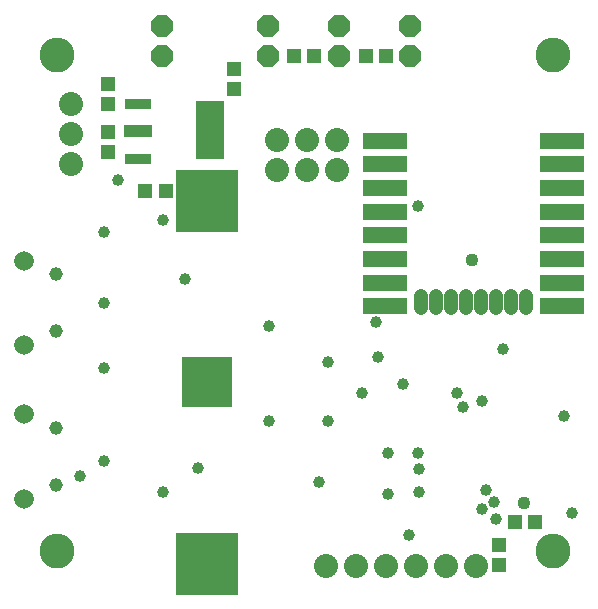
<source format=gbs>
G75*
%MOIN*%
%OFA0B0*%
%FSLAX25Y25*%
%IPPOS*%
%LPD*%
%AMOC8*
5,1,8,0,0,1.08239X$1,22.5*
%
%ADD10C,0.11624*%
%ADD11R,0.04537X0.04931*%
%ADD12C,0.08000*%
%ADD13C,0.06537*%
%ADD14C,0.04569*%
%ADD15OC8,0.07200*%
%ADD16R,0.04931X0.04537*%
%ADD17R,0.09261X0.19498*%
%ADD18R,0.08907X0.03789*%
%ADD19R,0.09261X0.03946*%
%ADD20R,0.14773X0.05324*%
%ADD21C,0.04600*%
%ADD22R,0.16600X0.16600*%
%ADD23R,0.20600X0.20600*%
%ADD24C,0.04362*%
%ADD25C,0.03969*%
D10*
X0023000Y0017448D03*
X0023000Y0182802D03*
X0188354Y0182802D03*
X0188354Y0017448D03*
D11*
X0182437Y0027104D03*
X0175745Y0027104D03*
X0170362Y0019268D03*
X0170362Y0012576D03*
X0040218Y0150455D03*
X0040218Y0157148D03*
X0040201Y0166486D03*
X0040201Y0173179D03*
X0102077Y0182414D03*
X0108770Y0182414D03*
X0126207Y0182421D03*
X0132900Y0182421D03*
D12*
X0116383Y0154267D03*
X0116383Y0144267D03*
X0106383Y0144267D03*
X0106383Y0154267D03*
X0096383Y0154267D03*
X0096383Y0144267D03*
X0027970Y0146389D03*
X0027970Y0156389D03*
X0027970Y0166389D03*
X0112698Y0012440D03*
X0122698Y0012440D03*
X0132698Y0012440D03*
X0142698Y0012440D03*
X0152698Y0012440D03*
X0162698Y0012440D03*
D13*
X0012173Y0034869D03*
X0012173Y0063019D03*
X0012173Y0086050D03*
X0012173Y0114200D03*
D14*
X0022803Y0109574D03*
X0022803Y0090676D03*
X0022803Y0058393D03*
X0022803Y0039495D03*
D15*
X0058179Y0182501D03*
X0058179Y0192501D03*
X0093612Y0192501D03*
X0093612Y0182501D03*
X0117234Y0182501D03*
X0117234Y0192501D03*
X0140856Y0192501D03*
X0140856Y0182501D03*
D16*
X0082258Y0178021D03*
X0082258Y0171328D03*
X0059325Y0137388D03*
X0052632Y0137388D03*
D17*
X0074156Y0157653D03*
D18*
X0050180Y0166314D03*
X0050180Y0148204D03*
D19*
X0050180Y0157259D03*
D20*
X0132373Y0154143D03*
X0132373Y0146269D03*
X0132373Y0138395D03*
X0132373Y0130521D03*
X0132373Y0122647D03*
X0132373Y0114773D03*
X0132373Y0106899D03*
X0132373Y0099025D03*
X0191429Y0099025D03*
X0191429Y0106899D03*
X0191429Y0114773D03*
X0191429Y0122647D03*
X0191429Y0130521D03*
X0191429Y0138395D03*
X0191429Y0146269D03*
X0191429Y0154143D03*
D21*
X0179501Y0102284D02*
X0179501Y0098284D01*
X0174501Y0098284D02*
X0174501Y0102284D01*
X0169501Y0102284D02*
X0169501Y0098284D01*
X0164501Y0098284D02*
X0164501Y0102284D01*
X0159501Y0102284D02*
X0159501Y0098284D01*
X0154501Y0098284D02*
X0154501Y0102284D01*
X0149501Y0102284D02*
X0149501Y0098284D01*
X0144501Y0098284D02*
X0144501Y0102284D01*
D22*
X0073143Y0073709D03*
D23*
X0073143Y0013209D03*
X0073143Y0134209D03*
D24*
X0161417Y0114305D03*
X0178956Y0033323D03*
D25*
X0169400Y0028100D03*
X0164859Y0031291D03*
X0168971Y0033634D03*
X0166252Y0037700D03*
X0143904Y0037133D03*
X0143904Y0044753D03*
X0143650Y0049960D03*
X0133490Y0049960D03*
X0133617Y0036498D03*
X0140452Y0022700D03*
X0110630Y0040562D03*
X0113551Y0060755D03*
X0124852Y0070100D03*
X0130252Y0082100D03*
X0138652Y0073100D03*
X0156652Y0070100D03*
X0158452Y0065300D03*
X0164732Y0067486D03*
X0171971Y0084885D03*
X0192037Y0062406D03*
X0194958Y0030021D03*
X0129426Y0093775D03*
X0113551Y0080440D03*
X0093866Y0092251D03*
X0065672Y0107999D03*
X0058433Y0127684D03*
X0043574Y0141146D03*
X0038748Y0123747D03*
X0038748Y0100125D03*
X0038748Y0078303D03*
X0038748Y0047481D03*
X0030874Y0042340D03*
X0058433Y0037133D03*
X0070244Y0045007D03*
X0093866Y0060755D03*
X0143452Y0132500D03*
M02*

</source>
